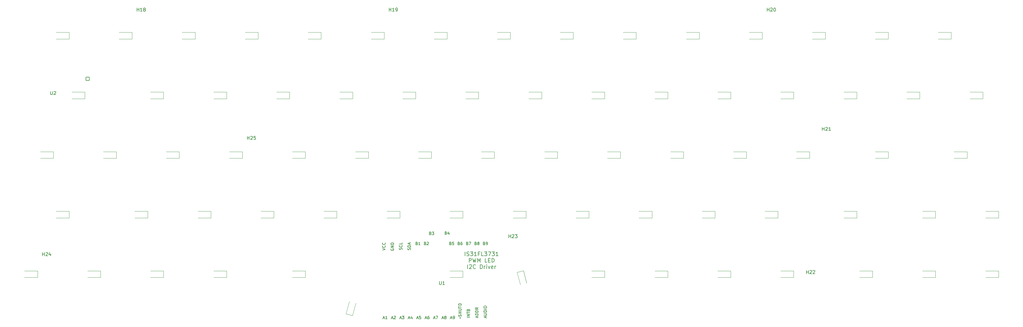
<source format=gto>
G04 #@! TF.GenerationSoftware,KiCad,Pcbnew,(6.0.2-0)*
G04 #@! TF.CreationDate,2022-07-19T14:21:49+02:00*
G04 #@! TF.ProjectId,choc-keyboard,63686f63-2d6b-4657-9962-6f6172642e6b,rev?*
G04 #@! TF.SameCoordinates,Original*
G04 #@! TF.FileFunction,Legend,Top*
G04 #@! TF.FilePolarity,Positive*
%FSLAX46Y46*%
G04 Gerber Fmt 4.6, Leading zero omitted, Abs format (unit mm)*
G04 Created by KiCad (PCBNEW (6.0.2-0)) date 2022-07-19 14:21:49*
%MOMM*%
%LPD*%
G01*
G04 APERTURE LIST*
G04 Aperture macros list*
%AMRoundRect*
0 Rectangle with rounded corners*
0 $1 Rounding radius*
0 $2 $3 $4 $5 $6 $7 $8 $9 X,Y pos of 4 corners*
0 Add a 4 corners polygon primitive as box body*
4,1,4,$2,$3,$4,$5,$6,$7,$8,$9,$2,$3,0*
0 Add four circle primitives for the rounded corners*
1,1,$1+$1,$2,$3*
1,1,$1+$1,$4,$5*
1,1,$1+$1,$6,$7*
1,1,$1+$1,$8,$9*
0 Add four rect primitives between the rounded corners*
20,1,$1+$1,$2,$3,$4,$5,0*
20,1,$1+$1,$4,$5,$6,$7,0*
20,1,$1+$1,$6,$7,$8,$9,0*
20,1,$1+$1,$8,$9,$2,$3,0*%
G04 Aperture macros list end*
%ADD10C,0.150000*%
%ADD11C,0.152400*%
%ADD12C,0.142240*%
%ADD13C,0.209550*%
%ADD14C,0.120000*%
%ADD15C,2.400000*%
%ADD16C,2.000000*%
%ADD17C,3.600000*%
%ADD18C,2.200000*%
%ADD19C,2.082800*%
%ADD20RoundRect,0.101600X0.500000X0.500000X-0.500000X0.500000X-0.500000X-0.500000X0.500000X-0.500000X0*%
%ADD21C,1.203200*%
%ADD22C,1.778000*%
G04 APERTURE END LIST*
D10*
X60511904Y-51954380D02*
X60511904Y-50954380D01*
X60511904Y-51430571D02*
X61083333Y-51430571D01*
X61083333Y-51954380D02*
X61083333Y-50954380D01*
X61511904Y-51049619D02*
X61559523Y-51002000D01*
X61654761Y-50954380D01*
X61892857Y-50954380D01*
X61988095Y-51002000D01*
X62035714Y-51049619D01*
X62083333Y-51144857D01*
X62083333Y-51240095D01*
X62035714Y-51382952D01*
X61464285Y-51954380D01*
X62083333Y-51954380D01*
X62988095Y-50954380D02*
X62511904Y-50954380D01*
X62464285Y-51430571D01*
X62511904Y-51382952D01*
X62607142Y-51335333D01*
X62845238Y-51335333D01*
X62940476Y-51382952D01*
X62988095Y-51430571D01*
X63035714Y-51525809D01*
X63035714Y-51763904D01*
X62988095Y-51859142D01*
X62940476Y-51906761D01*
X62845238Y-51954380D01*
X62607142Y-51954380D01*
X62511904Y-51906761D01*
X62464285Y-51859142D01*
X-1238095Y-87054380D02*
X-1238095Y-86054380D01*
X-1238095Y-86530571D02*
X-666666Y-86530571D01*
X-666666Y-87054380D02*
X-666666Y-86054380D01*
X-238095Y-86149619D02*
X-190476Y-86102000D01*
X-95238Y-86054380D01*
X142857Y-86054380D01*
X238095Y-86102000D01*
X285714Y-86149619D01*
X333333Y-86244857D01*
X333333Y-86340095D01*
X285714Y-86482952D01*
X-285714Y-87054380D01*
X333333Y-87054380D01*
X1190476Y-86387714D02*
X1190476Y-87054380D01*
X952380Y-86006761D02*
X714285Y-86721047D01*
X1333333Y-86721047D01*
X139361904Y-81654380D02*
X139361904Y-80654380D01*
X139361904Y-81130571D02*
X139933333Y-81130571D01*
X139933333Y-81654380D02*
X139933333Y-80654380D01*
X140361904Y-80749619D02*
X140409523Y-80702000D01*
X140504761Y-80654380D01*
X140742857Y-80654380D01*
X140838095Y-80702000D01*
X140885714Y-80749619D01*
X140933333Y-80844857D01*
X140933333Y-80940095D01*
X140885714Y-81082952D01*
X140314285Y-81654380D01*
X140933333Y-81654380D01*
X141266666Y-80654380D02*
X141885714Y-80654380D01*
X141552380Y-81035333D01*
X141695238Y-81035333D01*
X141790476Y-81082952D01*
X141838095Y-81130571D01*
X141885714Y-81225809D01*
X141885714Y-81463904D01*
X141838095Y-81559142D01*
X141790476Y-81606761D01*
X141695238Y-81654380D01*
X141409523Y-81654380D01*
X141314285Y-81606761D01*
X141266666Y-81559142D01*
X229136904Y-92454380D02*
X229136904Y-91454380D01*
X229136904Y-91930571D02*
X229708333Y-91930571D01*
X229708333Y-92454380D02*
X229708333Y-91454380D01*
X230136904Y-91549619D02*
X230184523Y-91502000D01*
X230279761Y-91454380D01*
X230517857Y-91454380D01*
X230613095Y-91502000D01*
X230660714Y-91549619D01*
X230708333Y-91644857D01*
X230708333Y-91740095D01*
X230660714Y-91882952D01*
X230089285Y-92454380D01*
X230708333Y-92454380D01*
X231089285Y-91549619D02*
X231136904Y-91502000D01*
X231232142Y-91454380D01*
X231470238Y-91454380D01*
X231565476Y-91502000D01*
X231613095Y-91549619D01*
X231660714Y-91644857D01*
X231660714Y-91740095D01*
X231613095Y-91882952D01*
X231041666Y-92454380D01*
X231660714Y-92454380D01*
X233886904Y-49254380D02*
X233886904Y-48254380D01*
X233886904Y-48730571D02*
X234458333Y-48730571D01*
X234458333Y-49254380D02*
X234458333Y-48254380D01*
X234886904Y-48349619D02*
X234934523Y-48302000D01*
X235029761Y-48254380D01*
X235267857Y-48254380D01*
X235363095Y-48302000D01*
X235410714Y-48349619D01*
X235458333Y-48444857D01*
X235458333Y-48540095D01*
X235410714Y-48682952D01*
X234839285Y-49254380D01*
X235458333Y-49254380D01*
X236410714Y-49254380D02*
X235839285Y-49254380D01*
X236125000Y-49254380D02*
X236125000Y-48254380D01*
X236029761Y-48397238D01*
X235934523Y-48492476D01*
X235839285Y-48540095D01*
X217261904Y-13254379D02*
X217261904Y-12254379D01*
X217261904Y-12730570D02*
X217833333Y-12730570D01*
X217833333Y-13254379D02*
X217833333Y-12254379D01*
X218261904Y-12349618D02*
X218309523Y-12301999D01*
X218404761Y-12254379D01*
X218642857Y-12254379D01*
X218738095Y-12301999D01*
X218785714Y-12349618D01*
X218833333Y-12444856D01*
X218833333Y-12540094D01*
X218785714Y-12682951D01*
X218214285Y-13254379D01*
X218833333Y-13254379D01*
X219452380Y-12254379D02*
X219547619Y-12254379D01*
X219642857Y-12301999D01*
X219690476Y-12349618D01*
X219738095Y-12444856D01*
X219785714Y-12635332D01*
X219785714Y-12873427D01*
X219738095Y-13063903D01*
X219690476Y-13159141D01*
X219642857Y-13206760D01*
X219547619Y-13254379D01*
X219452380Y-13254379D01*
X219357142Y-13206760D01*
X219309523Y-13159141D01*
X219261904Y-13063903D01*
X219214285Y-12873427D01*
X219214285Y-12635332D01*
X219261904Y-12444856D01*
X219309523Y-12349618D01*
X219357142Y-12301999D01*
X219452380Y-12254379D01*
X103261904Y-13254379D02*
X103261904Y-12254379D01*
X103261904Y-12730570D02*
X103833333Y-12730570D01*
X103833333Y-13254379D02*
X103833333Y-12254379D01*
X104833333Y-13254379D02*
X104261904Y-13254379D01*
X104547619Y-13254379D02*
X104547619Y-12254379D01*
X104452380Y-12397237D01*
X104357142Y-12492475D01*
X104261904Y-12540094D01*
X105309523Y-13254379D02*
X105500000Y-13254379D01*
X105595238Y-13206760D01*
X105642857Y-13159141D01*
X105738095Y-13016284D01*
X105785714Y-12825808D01*
X105785714Y-12444856D01*
X105738095Y-12349618D01*
X105690476Y-12301999D01*
X105595238Y-12254379D01*
X105404761Y-12254379D01*
X105309523Y-12301999D01*
X105261904Y-12349618D01*
X105214285Y-12444856D01*
X105214285Y-12682951D01*
X105261904Y-12778189D01*
X105309523Y-12825808D01*
X105404761Y-12873427D01*
X105595238Y-12873427D01*
X105690476Y-12825808D01*
X105738095Y-12778189D01*
X105785714Y-12682951D01*
X27261904Y-13254379D02*
X27261904Y-12254379D01*
X27261904Y-12730570D02*
X27833333Y-12730570D01*
X27833333Y-13254379D02*
X27833333Y-12254379D01*
X28833333Y-13254379D02*
X28261904Y-13254379D01*
X28547619Y-13254379D02*
X28547619Y-12254379D01*
X28452380Y-12397237D01*
X28357142Y-12492475D01*
X28261904Y-12540094D01*
X29404761Y-12682951D02*
X29309523Y-12635332D01*
X29261904Y-12587713D01*
X29214285Y-12492475D01*
X29214285Y-12444856D01*
X29261904Y-12349618D01*
X29309523Y-12301999D01*
X29404761Y-12254379D01*
X29595238Y-12254379D01*
X29690476Y-12301999D01*
X29738095Y-12349618D01*
X29785714Y-12444856D01*
X29785714Y-12492475D01*
X29738095Y-12587713D01*
X29690476Y-12635332D01*
X29595238Y-12682951D01*
X29404761Y-12682951D01*
X29309523Y-12730570D01*
X29261904Y-12778189D01*
X29214285Y-12873427D01*
X29214285Y-13063903D01*
X29261904Y-13159141D01*
X29309523Y-13206760D01*
X29404761Y-13254379D01*
X29595238Y-13254379D01*
X29690476Y-13206760D01*
X29738095Y-13159141D01*
X29785714Y-13063903D01*
X29785714Y-12873427D01*
X29738095Y-12778189D01*
X29690476Y-12730570D01*
X29595238Y-12682951D01*
X1213095Y-37402380D02*
X1213095Y-38211904D01*
X1260714Y-38307142D01*
X1308333Y-38354761D01*
X1403571Y-38402380D01*
X1594047Y-38402380D01*
X1689285Y-38354761D01*
X1736904Y-38307142D01*
X1784523Y-38211904D01*
X1784523Y-37402380D01*
X2213095Y-37497619D02*
X2260714Y-37450000D01*
X2355952Y-37402380D01*
X2594047Y-37402380D01*
X2689285Y-37450000D01*
X2736904Y-37497619D01*
X2784523Y-37592857D01*
X2784523Y-37688095D01*
X2736904Y-37830952D01*
X2165476Y-38402380D01*
X2784523Y-38402380D01*
X118442044Y-94748431D02*
X118442044Y-95557955D01*
X118489663Y-95653193D01*
X118537282Y-95700812D01*
X118632520Y-95748431D01*
X118822996Y-95748431D01*
X118918234Y-95700812D01*
X118965853Y-95653193D01*
X119013472Y-95557955D01*
X119013472Y-94748431D01*
X120013472Y-95748431D02*
X119442044Y-95748431D01*
X119727758Y-95748431D02*
X119727758Y-94748431D01*
X119632520Y-94891289D01*
X119537282Y-94986527D01*
X119442044Y-95034146D01*
D11*
X115730447Y-80258314D02*
X115853819Y-80299438D01*
X115894942Y-80340561D01*
X115936066Y-80422809D01*
X115936066Y-80546180D01*
X115894942Y-80628428D01*
X115853819Y-80669552D01*
X115771571Y-80710676D01*
X115442580Y-80710676D01*
X115442580Y-79847076D01*
X115730447Y-79847076D01*
X115812695Y-79888200D01*
X115853819Y-79929323D01*
X115894942Y-80011571D01*
X115894942Y-80093819D01*
X115853819Y-80176066D01*
X115812695Y-80217190D01*
X115730447Y-80258314D01*
X115442580Y-80258314D01*
X116223933Y-79847076D02*
X116758542Y-79847076D01*
X116470676Y-80176066D01*
X116594047Y-80176066D01*
X116676295Y-80217190D01*
X116717419Y-80258314D01*
X116758542Y-80340561D01*
X116758542Y-80546180D01*
X116717419Y-80628428D01*
X116676295Y-80669552D01*
X116594047Y-80710676D01*
X116347304Y-80710676D01*
X116265057Y-80669552D01*
X116223933Y-80628428D01*
X109067142Y-105889933D02*
X109478380Y-105889933D01*
X108984895Y-106136676D02*
X109272761Y-105273076D01*
X109560628Y-106136676D01*
X110218609Y-105560942D02*
X110218609Y-106136676D01*
X110012990Y-105231952D02*
X109807371Y-105848809D01*
X110341980Y-105848809D01*
X114147142Y-105889933D02*
X114558380Y-105889933D01*
X114064895Y-106136676D02*
X114352761Y-105273076D01*
X114640628Y-106136676D01*
X115298609Y-105273076D02*
X115134114Y-105273076D01*
X115051866Y-105314200D01*
X115010742Y-105355323D01*
X114928495Y-105478695D01*
X114887371Y-105643190D01*
X114887371Y-105972180D01*
X114928495Y-106054428D01*
X114969619Y-106095552D01*
X115051866Y-106136676D01*
X115216361Y-106136676D01*
X115298609Y-106095552D01*
X115339733Y-106054428D01*
X115380857Y-105972180D01*
X115380857Y-105766561D01*
X115339733Y-105684314D01*
X115298609Y-105643190D01*
X115216361Y-105602066D01*
X115051866Y-105602066D01*
X114969619Y-105643190D01*
X114928495Y-105684314D01*
X114887371Y-105766561D01*
X116687142Y-105889933D02*
X117098380Y-105889933D01*
X116604895Y-106136676D02*
X116892761Y-105273076D01*
X117180628Y-106136676D01*
X117386247Y-105273076D02*
X117961980Y-105273076D01*
X117591866Y-106136676D01*
X103987142Y-105889933D02*
X104398380Y-105889933D01*
X103904895Y-106136676D02*
X104192761Y-105273076D01*
X104480628Y-106136676D01*
X104727371Y-105355323D02*
X104768495Y-105314200D01*
X104850742Y-105273076D01*
X105056361Y-105273076D01*
X105138609Y-105314200D01*
X105179733Y-105355323D01*
X105220857Y-105437571D01*
X105220857Y-105519819D01*
X105179733Y-105643190D01*
X104686247Y-106136676D01*
X105220857Y-106136676D01*
D12*
X101260392Y-85391697D02*
X102134152Y-85100444D01*
X101260392Y-84809191D01*
X102050937Y-84018646D02*
X102092544Y-84060254D01*
X102134152Y-84185076D01*
X102134152Y-84268292D01*
X102092544Y-84393115D01*
X102009329Y-84476330D01*
X101926114Y-84517937D01*
X101759683Y-84559545D01*
X101634860Y-84559545D01*
X101468430Y-84517937D01*
X101385215Y-84476330D01*
X101302000Y-84393115D01*
X101260392Y-84268292D01*
X101260392Y-84185076D01*
X101302000Y-84060254D01*
X101343607Y-84018646D01*
X102050937Y-83144886D02*
X102092544Y-83186494D01*
X102134152Y-83311316D01*
X102134152Y-83394532D01*
X102092544Y-83519355D01*
X102009329Y-83602570D01*
X101926114Y-83644177D01*
X101759683Y-83685785D01*
X101634860Y-83685785D01*
X101468430Y-83644177D01*
X101385215Y-83602570D01*
X101302000Y-83519355D01*
X101260392Y-83394532D01*
X101260392Y-83311316D01*
X101302000Y-83186494D01*
X101343607Y-83144886D01*
D11*
X119227142Y-105889933D02*
X119638380Y-105889933D01*
X119144895Y-106136676D02*
X119432761Y-105273076D01*
X119720628Y-106136676D01*
X120131866Y-105643190D02*
X120049619Y-105602066D01*
X120008495Y-105560942D01*
X119967371Y-105478695D01*
X119967371Y-105437571D01*
X120008495Y-105355323D01*
X120049619Y-105314200D01*
X120131866Y-105273076D01*
X120296361Y-105273076D01*
X120378609Y-105314200D01*
X120419733Y-105355323D01*
X120460857Y-105437571D01*
X120460857Y-105478695D01*
X120419733Y-105560942D01*
X120378609Y-105602066D01*
X120296361Y-105643190D01*
X120131866Y-105643190D01*
X120049619Y-105684314D01*
X120008495Y-105725438D01*
X119967371Y-105807685D01*
X119967371Y-105972180D01*
X120008495Y-106054428D01*
X120049619Y-106095552D01*
X120131866Y-106136676D01*
X120296361Y-106136676D01*
X120378609Y-106095552D01*
X120419733Y-106054428D01*
X120460857Y-105972180D01*
X120460857Y-105807685D01*
X120419733Y-105725438D01*
X120378609Y-105684314D01*
X120296361Y-105643190D01*
X121780447Y-83332314D02*
X121903819Y-83373438D01*
X121944942Y-83414561D01*
X121986066Y-83496809D01*
X121986066Y-83620180D01*
X121944942Y-83702428D01*
X121903819Y-83743552D01*
X121821571Y-83784676D01*
X121492580Y-83784676D01*
X121492580Y-82921076D01*
X121780447Y-82921076D01*
X121862695Y-82962200D01*
X121903819Y-83003323D01*
X121944942Y-83085571D01*
X121944942Y-83167819D01*
X121903819Y-83250066D01*
X121862695Y-83291190D01*
X121780447Y-83332314D01*
X121492580Y-83332314D01*
X122767419Y-82921076D02*
X122356180Y-82921076D01*
X122315057Y-83332314D01*
X122356180Y-83291190D01*
X122438428Y-83250066D01*
X122644047Y-83250066D01*
X122726295Y-83291190D01*
X122767419Y-83332314D01*
X122808542Y-83414561D01*
X122808542Y-83620180D01*
X122767419Y-83702428D01*
X122726295Y-83743552D01*
X122644047Y-83784676D01*
X122438428Y-83784676D01*
X122356180Y-83743552D01*
X122315057Y-83702428D01*
X129893933Y-105723019D02*
X129893933Y-105311780D01*
X130140676Y-105805266D02*
X129277076Y-105517400D01*
X130140676Y-105229533D01*
X130140676Y-104941666D02*
X129277076Y-104941666D01*
X129277076Y-104736047D01*
X129318200Y-104612676D01*
X129400447Y-104530428D01*
X129482695Y-104489304D01*
X129647190Y-104448180D01*
X129770561Y-104448180D01*
X129935057Y-104489304D01*
X130017304Y-104530428D01*
X130099552Y-104612676D01*
X130140676Y-104736047D01*
X130140676Y-104941666D01*
X130140676Y-104078066D02*
X129277076Y-104078066D01*
X129277076Y-103872447D01*
X129318200Y-103749076D01*
X129400447Y-103666828D01*
X129482695Y-103625704D01*
X129647190Y-103584580D01*
X129770561Y-103584580D01*
X129935057Y-103625704D01*
X130017304Y-103666828D01*
X130099552Y-103749076D01*
X130140676Y-103872447D01*
X130140676Y-104078066D01*
X130140676Y-102720980D02*
X129729438Y-103008847D01*
X130140676Y-103214466D02*
X129277076Y-103214466D01*
X129277076Y-102885476D01*
X129318200Y-102803228D01*
X129359323Y-102762104D01*
X129441571Y-102720980D01*
X129564942Y-102720980D01*
X129647190Y-102762104D01*
X129688314Y-102803228D01*
X129729438Y-102885476D01*
X129729438Y-103214466D01*
D12*
X109712544Y-85266875D02*
X109754152Y-85142052D01*
X109754152Y-84934014D01*
X109712544Y-84850798D01*
X109670937Y-84809191D01*
X109587721Y-84767583D01*
X109504506Y-84767583D01*
X109421291Y-84809191D01*
X109379683Y-84850798D01*
X109338076Y-84934014D01*
X109296468Y-85100444D01*
X109254860Y-85183659D01*
X109213253Y-85225267D01*
X109130038Y-85266875D01*
X109046822Y-85266875D01*
X108963607Y-85225267D01*
X108922000Y-85183659D01*
X108880392Y-85100444D01*
X108880392Y-84892406D01*
X108922000Y-84767583D01*
X109754152Y-84393115D02*
X108880392Y-84393115D01*
X108880392Y-84185076D01*
X108922000Y-84060254D01*
X109005215Y-83977038D01*
X109088430Y-83935431D01*
X109254860Y-83893823D01*
X109379683Y-83893823D01*
X109546114Y-83935431D01*
X109629329Y-83977038D01*
X109712544Y-84060254D01*
X109754152Y-84185076D01*
X109754152Y-84393115D01*
X109504506Y-83560962D02*
X109504506Y-83144886D01*
X109754152Y-83644177D02*
X108880392Y-83352924D01*
X109754152Y-83061671D01*
X103842000Y-84975621D02*
X103800392Y-85058836D01*
X103800392Y-85183659D01*
X103842000Y-85308482D01*
X103925215Y-85391697D01*
X104008430Y-85433305D01*
X104174860Y-85474913D01*
X104299683Y-85474913D01*
X104466114Y-85433305D01*
X104549329Y-85391697D01*
X104632544Y-85308482D01*
X104674152Y-85183659D01*
X104674152Y-85100444D01*
X104632544Y-84975621D01*
X104590937Y-84934014D01*
X104299683Y-84934014D01*
X104299683Y-85100444D01*
X104674152Y-84559545D02*
X103800392Y-84559545D01*
X104674152Y-84060254D01*
X103800392Y-84060254D01*
X104674152Y-83644177D02*
X103800392Y-83644177D01*
X103800392Y-83436139D01*
X103842000Y-83311316D01*
X103925215Y-83228101D01*
X104008430Y-83186494D01*
X104174860Y-83144886D01*
X104299683Y-83144886D01*
X104466114Y-83186494D01*
X104549329Y-83228101D01*
X104632544Y-83311316D01*
X104674152Y-83436139D01*
X104674152Y-83644177D01*
D11*
X129400447Y-83332314D02*
X129523819Y-83373438D01*
X129564942Y-83414561D01*
X129606066Y-83496809D01*
X129606066Y-83620180D01*
X129564942Y-83702428D01*
X129523819Y-83743552D01*
X129441571Y-83784676D01*
X129112580Y-83784676D01*
X129112580Y-82921076D01*
X129400447Y-82921076D01*
X129482695Y-82962200D01*
X129523819Y-83003323D01*
X129564942Y-83085571D01*
X129564942Y-83167819D01*
X129523819Y-83250066D01*
X129482695Y-83291190D01*
X129400447Y-83332314D01*
X129112580Y-83332314D01*
X130099552Y-83291190D02*
X130017304Y-83250066D01*
X129976180Y-83208942D01*
X129935057Y-83126695D01*
X129935057Y-83085571D01*
X129976180Y-83003323D01*
X130017304Y-82962200D01*
X130099552Y-82921076D01*
X130264047Y-82921076D01*
X130346295Y-82962200D01*
X130387419Y-83003323D01*
X130428542Y-83085571D01*
X130428542Y-83126695D01*
X130387419Y-83208942D01*
X130346295Y-83250066D01*
X130264047Y-83291190D01*
X130099552Y-83291190D01*
X130017304Y-83332314D01*
X129976180Y-83373438D01*
X129935057Y-83455685D01*
X129935057Y-83620180D01*
X129976180Y-83702428D01*
X130017304Y-83743552D01*
X130099552Y-83784676D01*
X130264047Y-83784676D01*
X130346295Y-83743552D01*
X130387419Y-83702428D01*
X130428542Y-83620180D01*
X130428542Y-83455685D01*
X130387419Y-83373438D01*
X130346295Y-83332314D01*
X130264047Y-83291190D01*
X120400447Y-80188314D02*
X120523819Y-80229438D01*
X120564942Y-80270561D01*
X120606066Y-80352809D01*
X120606066Y-80476180D01*
X120564942Y-80558428D01*
X120523819Y-80599552D01*
X120441571Y-80640676D01*
X120112580Y-80640676D01*
X120112580Y-79777076D01*
X120400447Y-79777076D01*
X120482695Y-79818200D01*
X120523819Y-79859323D01*
X120564942Y-79941571D01*
X120564942Y-80023819D01*
X120523819Y-80106066D01*
X120482695Y-80147190D01*
X120400447Y-80188314D01*
X120112580Y-80188314D01*
X121346295Y-80064942D02*
X121346295Y-80640676D01*
X121140676Y-79735952D02*
X120935057Y-80352809D01*
X121469666Y-80352809D01*
X124320447Y-83332314D02*
X124443819Y-83373438D01*
X124484942Y-83414561D01*
X124526066Y-83496809D01*
X124526066Y-83620180D01*
X124484942Y-83702428D01*
X124443819Y-83743552D01*
X124361571Y-83784676D01*
X124032580Y-83784676D01*
X124032580Y-82921076D01*
X124320447Y-82921076D01*
X124402695Y-82962200D01*
X124443819Y-83003323D01*
X124484942Y-83085571D01*
X124484942Y-83167819D01*
X124443819Y-83250066D01*
X124402695Y-83291190D01*
X124320447Y-83332314D01*
X124032580Y-83332314D01*
X125266295Y-82921076D02*
X125101800Y-82921076D01*
X125019552Y-82962200D01*
X124978428Y-83003323D01*
X124896180Y-83126695D01*
X124855057Y-83291190D01*
X124855057Y-83620180D01*
X124896180Y-83702428D01*
X124937304Y-83743552D01*
X125019552Y-83784676D01*
X125184047Y-83784676D01*
X125266295Y-83743552D01*
X125307419Y-83702428D01*
X125348542Y-83620180D01*
X125348542Y-83414561D01*
X125307419Y-83332314D01*
X125266295Y-83291190D01*
X125184047Y-83250066D01*
X125019552Y-83250066D01*
X124937304Y-83291190D01*
X124896180Y-83332314D01*
X124855057Y-83414561D01*
X126860447Y-83332314D02*
X126983819Y-83373438D01*
X127024942Y-83414561D01*
X127066066Y-83496809D01*
X127066066Y-83620180D01*
X127024942Y-83702428D01*
X126983819Y-83743552D01*
X126901571Y-83784676D01*
X126572580Y-83784676D01*
X126572580Y-82921076D01*
X126860447Y-82921076D01*
X126942695Y-82962200D01*
X126983819Y-83003323D01*
X127024942Y-83085571D01*
X127024942Y-83167819D01*
X126983819Y-83250066D01*
X126942695Y-83291190D01*
X126860447Y-83332314D01*
X126572580Y-83332314D01*
X127353933Y-82921076D02*
X127929666Y-82921076D01*
X127559552Y-83784676D01*
X106527142Y-105889933D02*
X106938380Y-105889933D01*
X106444895Y-106136676D02*
X106732761Y-105273076D01*
X107020628Y-106136676D01*
X107226247Y-105273076D02*
X107760857Y-105273076D01*
X107472990Y-105602066D01*
X107596361Y-105602066D01*
X107678609Y-105643190D01*
X107719733Y-105684314D01*
X107760857Y-105766561D01*
X107760857Y-105972180D01*
X107719733Y-106054428D01*
X107678609Y-106095552D01*
X107596361Y-106136676D01*
X107349619Y-106136676D01*
X107267371Y-106095552D01*
X107226247Y-106054428D01*
X121767142Y-105889933D02*
X122178380Y-105889933D01*
X121684895Y-106136676D02*
X121972761Y-105273076D01*
X122260628Y-106136676D01*
X122589619Y-106136676D02*
X122754114Y-106136676D01*
X122836361Y-106095552D01*
X122877485Y-106054428D01*
X122959733Y-105931057D01*
X123000857Y-105766561D01*
X123000857Y-105437571D01*
X122959733Y-105355323D01*
X122918609Y-105314200D01*
X122836361Y-105273076D01*
X122671866Y-105273076D01*
X122589619Y-105314200D01*
X122548495Y-105355323D01*
X122507371Y-105437571D01*
X122507371Y-105643190D01*
X122548495Y-105725438D01*
X122589619Y-105766561D01*
X122671866Y-105807685D01*
X122836361Y-105807685D01*
X122918609Y-105766561D01*
X122959733Y-105725438D01*
X123000857Y-105643190D01*
X127600676Y-105689152D02*
X126737076Y-105689152D01*
X127600676Y-105277914D02*
X126737076Y-105277914D01*
X127600676Y-104784428D01*
X126737076Y-104784428D01*
X126737076Y-104496561D02*
X126737076Y-104003076D01*
X127600676Y-104249819D02*
X126737076Y-104249819D01*
X127148314Y-103427342D02*
X127189438Y-103303971D01*
X127230561Y-103262847D01*
X127312809Y-103221723D01*
X127436180Y-103221723D01*
X127518428Y-103262847D01*
X127559552Y-103303971D01*
X127600676Y-103386219D01*
X127600676Y-103715209D01*
X126737076Y-103715209D01*
X126737076Y-103427342D01*
X126778200Y-103345095D01*
X126819323Y-103303971D01*
X126901571Y-103262847D01*
X126983819Y-103262847D01*
X127066066Y-103303971D01*
X127107190Y-103345095D01*
X127148314Y-103427342D01*
X127148314Y-103715209D01*
D13*
X126199291Y-87099384D02*
X126199291Y-85911934D01*
X126708198Y-87042839D02*
X126877834Y-87099384D01*
X127160560Y-87099384D01*
X127273651Y-87042839D01*
X127330196Y-86986294D01*
X127386741Y-86873203D01*
X127386741Y-86760113D01*
X127330196Y-86647022D01*
X127273651Y-86590477D01*
X127160560Y-86533932D01*
X126934379Y-86477387D01*
X126821289Y-86420841D01*
X126764744Y-86364296D01*
X126708198Y-86251206D01*
X126708198Y-86138115D01*
X126764744Y-86025025D01*
X126821289Y-85968480D01*
X126934379Y-85911934D01*
X127217105Y-85911934D01*
X127386741Y-85968480D01*
X127782558Y-85911934D02*
X128517646Y-85911934D01*
X128121829Y-86364296D01*
X128291465Y-86364296D01*
X128404555Y-86420841D01*
X128461101Y-86477387D01*
X128517646Y-86590477D01*
X128517646Y-86873203D01*
X128461101Y-86986294D01*
X128404555Y-87042839D01*
X128291465Y-87099384D01*
X127952194Y-87099384D01*
X127839103Y-87042839D01*
X127782558Y-86986294D01*
X129648551Y-87099384D02*
X128970008Y-87099384D01*
X129309279Y-87099384D02*
X129309279Y-85911934D01*
X129196189Y-86081570D01*
X129083098Y-86194660D01*
X128970008Y-86251206D01*
X130553275Y-86477387D02*
X130157458Y-86477387D01*
X130157458Y-87099384D02*
X130157458Y-85911934D01*
X130722910Y-85911934D01*
X131740725Y-87099384D02*
X131175272Y-87099384D01*
X131175272Y-85911934D01*
X132023451Y-85911934D02*
X132758539Y-85911934D01*
X132362722Y-86364296D01*
X132532358Y-86364296D01*
X132645448Y-86420841D01*
X132701994Y-86477387D01*
X132758539Y-86590477D01*
X132758539Y-86873203D01*
X132701994Y-86986294D01*
X132645448Y-87042839D01*
X132532358Y-87099384D01*
X132193086Y-87099384D01*
X132079996Y-87042839D01*
X132023451Y-86986294D01*
X133154355Y-85911934D02*
X133945989Y-85911934D01*
X133437082Y-87099384D01*
X134285260Y-85911934D02*
X135020348Y-85911934D01*
X134624532Y-86364296D01*
X134794167Y-86364296D01*
X134907258Y-86420841D01*
X134963803Y-86477387D01*
X135020348Y-86590477D01*
X135020348Y-86873203D01*
X134963803Y-86986294D01*
X134907258Y-87042839D01*
X134794167Y-87099384D01*
X134454896Y-87099384D01*
X134341805Y-87042839D01*
X134285260Y-86986294D01*
X136151253Y-87099384D02*
X135472710Y-87099384D01*
X135811982Y-87099384D02*
X135811982Y-85911934D01*
X135698891Y-86081570D01*
X135585801Y-86194660D01*
X135472710Y-86251206D01*
X127415014Y-89011179D02*
X127415014Y-87823729D01*
X127867376Y-87823729D01*
X127980466Y-87880275D01*
X128037011Y-87936820D01*
X128093557Y-88049910D01*
X128093557Y-88219546D01*
X128037011Y-88332636D01*
X127980466Y-88389182D01*
X127867376Y-88445727D01*
X127415014Y-88445727D01*
X128489373Y-87823729D02*
X128772100Y-89011179D01*
X128998280Y-88163001D01*
X129224461Y-89011179D01*
X129507188Y-87823729D01*
X129959550Y-89011179D02*
X129959550Y-87823729D01*
X130355366Y-88671908D01*
X130751183Y-87823729D01*
X130751183Y-89011179D01*
X132786811Y-89011179D02*
X132221359Y-89011179D01*
X132221359Y-87823729D01*
X133182628Y-88389182D02*
X133578445Y-88389182D01*
X133748080Y-89011179D02*
X133182628Y-89011179D01*
X133182628Y-87823729D01*
X133748080Y-87823729D01*
X134256988Y-89011179D02*
X134256988Y-87823729D01*
X134539714Y-87823729D01*
X134709350Y-87880275D01*
X134822440Y-87993365D01*
X134878985Y-88106455D01*
X134935530Y-88332636D01*
X134935530Y-88502272D01*
X134878985Y-88728453D01*
X134822440Y-88841544D01*
X134709350Y-88954634D01*
X134539714Y-89011179D01*
X134256988Y-89011179D01*
X126962652Y-90922974D02*
X126962652Y-89735524D01*
X127471559Y-89848615D02*
X127528104Y-89792070D01*
X127641195Y-89735524D01*
X127923921Y-89735524D01*
X128037011Y-89792070D01*
X128093557Y-89848615D01*
X128150102Y-89961705D01*
X128150102Y-90074796D01*
X128093557Y-90244431D01*
X127415014Y-90922974D01*
X128150102Y-90922974D01*
X129337552Y-90809884D02*
X129281007Y-90866429D01*
X129111371Y-90922974D01*
X128998280Y-90922974D01*
X128828645Y-90866429D01*
X128715554Y-90753339D01*
X128659009Y-90640248D01*
X128602464Y-90414067D01*
X128602464Y-90244431D01*
X128659009Y-90018250D01*
X128715554Y-89905160D01*
X128828645Y-89792070D01*
X128998280Y-89735524D01*
X129111371Y-89735524D01*
X129281007Y-89792070D01*
X129337552Y-89848615D01*
X130751183Y-90922974D02*
X130751183Y-89735524D01*
X131033909Y-89735524D01*
X131203545Y-89792070D01*
X131316635Y-89905160D01*
X131373180Y-90018250D01*
X131429726Y-90244431D01*
X131429726Y-90414067D01*
X131373180Y-90640248D01*
X131316635Y-90753339D01*
X131203545Y-90866429D01*
X131033909Y-90922974D01*
X130751183Y-90922974D01*
X131938633Y-90922974D02*
X131938633Y-90131341D01*
X131938633Y-90357522D02*
X131995178Y-90244431D01*
X132051723Y-90187886D01*
X132164814Y-90131341D01*
X132277904Y-90131341D01*
X132673721Y-90922974D02*
X132673721Y-90131341D01*
X132673721Y-89735524D02*
X132617176Y-89792070D01*
X132673721Y-89848615D01*
X132730266Y-89792070D01*
X132673721Y-89735524D01*
X132673721Y-89848615D01*
X133126083Y-90131341D02*
X133408809Y-90922974D01*
X133691535Y-90131341D01*
X134596259Y-90866429D02*
X134483169Y-90922974D01*
X134256988Y-90922974D01*
X134143897Y-90866429D01*
X134087352Y-90753339D01*
X134087352Y-90300977D01*
X134143897Y-90187886D01*
X134256988Y-90131341D01*
X134483169Y-90131341D01*
X134596259Y-90187886D01*
X134652804Y-90300977D01*
X134652804Y-90414067D01*
X134087352Y-90527158D01*
X135161711Y-90922974D02*
X135161711Y-90131341D01*
X135161711Y-90357522D02*
X135218257Y-90244431D01*
X135274802Y-90187886D01*
X135387892Y-90131341D01*
X135500983Y-90131341D01*
D12*
X107172544Y-85225267D02*
X107214152Y-85100444D01*
X107214152Y-84892406D01*
X107172544Y-84809191D01*
X107130937Y-84767583D01*
X107047721Y-84725976D01*
X106964506Y-84725976D01*
X106881291Y-84767583D01*
X106839683Y-84809191D01*
X106798076Y-84892406D01*
X106756468Y-85058836D01*
X106714860Y-85142052D01*
X106673253Y-85183659D01*
X106590038Y-85225267D01*
X106506822Y-85225267D01*
X106423607Y-85183659D01*
X106382000Y-85142052D01*
X106340392Y-85058836D01*
X106340392Y-84850798D01*
X106382000Y-84725976D01*
X107130937Y-83852216D02*
X107172544Y-83893823D01*
X107214152Y-84018646D01*
X107214152Y-84101861D01*
X107172544Y-84226684D01*
X107089329Y-84309899D01*
X107006114Y-84351507D01*
X106839683Y-84393115D01*
X106714860Y-84393115D01*
X106548430Y-84351507D01*
X106465215Y-84309899D01*
X106382000Y-84226684D01*
X106340392Y-84101861D01*
X106340392Y-84018646D01*
X106382000Y-83893823D01*
X106423607Y-83852216D01*
X107214152Y-83061671D02*
X107214152Y-83477747D01*
X106340392Y-83477747D01*
D11*
X132433933Y-105747761D02*
X132433933Y-105336523D01*
X132680676Y-105830009D02*
X131817076Y-105542142D01*
X132680676Y-105254276D01*
X131817076Y-104966409D02*
X132516180Y-104966409D01*
X132598428Y-104925285D01*
X132639552Y-104884161D01*
X132680676Y-104801914D01*
X132680676Y-104637419D01*
X132639552Y-104555171D01*
X132598428Y-104514047D01*
X132516180Y-104472923D01*
X131817076Y-104472923D01*
X132680676Y-104061685D02*
X131817076Y-104061685D01*
X131817076Y-103856066D01*
X131858200Y-103732695D01*
X131940447Y-103650447D01*
X132022695Y-103609323D01*
X132187190Y-103568200D01*
X132310561Y-103568200D01*
X132475057Y-103609323D01*
X132557304Y-103650447D01*
X132639552Y-103732695D01*
X132680676Y-103856066D01*
X132680676Y-104061685D01*
X132680676Y-103198085D02*
X131817076Y-103198085D01*
X131817076Y-102622352D02*
X131817076Y-102457857D01*
X131858200Y-102375609D01*
X131940447Y-102293361D01*
X132104942Y-102252238D01*
X132392809Y-102252238D01*
X132557304Y-102293361D01*
X132639552Y-102375609D01*
X132680676Y-102457857D01*
X132680676Y-102622352D01*
X132639552Y-102704600D01*
X132557304Y-102786847D01*
X132392809Y-102827971D01*
X132104942Y-102827971D01*
X131940447Y-102786847D01*
X131858200Y-102704600D01*
X131817076Y-102622352D01*
X124731685Y-106016933D02*
X124690561Y-105975809D01*
X124649438Y-105893561D01*
X124731685Y-105729066D01*
X124690561Y-105646819D01*
X124649438Y-105605695D01*
X125019552Y-105317828D02*
X125060676Y-105194457D01*
X125060676Y-104988838D01*
X125019552Y-104906590D01*
X124978428Y-104865466D01*
X124896180Y-104824342D01*
X124813933Y-104824342D01*
X124731685Y-104865466D01*
X124690561Y-104906590D01*
X124649438Y-104988838D01*
X124608314Y-105153333D01*
X124567190Y-105235580D01*
X124526066Y-105276704D01*
X124443819Y-105317828D01*
X124361571Y-105317828D01*
X124279323Y-105276704D01*
X124238200Y-105235580D01*
X124197076Y-105153333D01*
X124197076Y-104947714D01*
X124238200Y-104824342D01*
X125060676Y-104454228D02*
X124197076Y-104454228D01*
X124608314Y-104454228D02*
X124608314Y-103960742D01*
X125060676Y-103960742D02*
X124197076Y-103960742D01*
X124197076Y-103549504D02*
X124896180Y-103549504D01*
X124978428Y-103508380D01*
X125019552Y-103467257D01*
X125060676Y-103385009D01*
X125060676Y-103220514D01*
X125019552Y-103138266D01*
X124978428Y-103097142D01*
X124896180Y-103056019D01*
X124197076Y-103056019D01*
X124197076Y-102768152D02*
X124197076Y-102274666D01*
X125060676Y-102521409D02*
X124197076Y-102521409D01*
X125060676Y-101986800D02*
X124197076Y-101986800D01*
X124197076Y-101781180D01*
X124238200Y-101657809D01*
X124320447Y-101575561D01*
X124402695Y-101534438D01*
X124567190Y-101493314D01*
X124690561Y-101493314D01*
X124855057Y-101534438D01*
X124937304Y-101575561D01*
X125019552Y-101657809D01*
X125060676Y-101781180D01*
X125060676Y-101986800D01*
X114160447Y-83332314D02*
X114283819Y-83373438D01*
X114324942Y-83414561D01*
X114366066Y-83496809D01*
X114366066Y-83620180D01*
X114324942Y-83702428D01*
X114283819Y-83743552D01*
X114201571Y-83784676D01*
X113872580Y-83784676D01*
X113872580Y-82921076D01*
X114160447Y-82921076D01*
X114242695Y-82962200D01*
X114283819Y-83003323D01*
X114324942Y-83085571D01*
X114324942Y-83167819D01*
X114283819Y-83250066D01*
X114242695Y-83291190D01*
X114160447Y-83332314D01*
X113872580Y-83332314D01*
X114695057Y-83003323D02*
X114736180Y-82962200D01*
X114818428Y-82921076D01*
X115024047Y-82921076D01*
X115106295Y-82962200D01*
X115147419Y-83003323D01*
X115188542Y-83085571D01*
X115188542Y-83167819D01*
X115147419Y-83291190D01*
X114653933Y-83784676D01*
X115188542Y-83784676D01*
X111620447Y-83332314D02*
X111743819Y-83373438D01*
X111784942Y-83414561D01*
X111826066Y-83496809D01*
X111826066Y-83620180D01*
X111784942Y-83702428D01*
X111743819Y-83743552D01*
X111661571Y-83784676D01*
X111332580Y-83784676D01*
X111332580Y-82921076D01*
X111620447Y-82921076D01*
X111702695Y-82962200D01*
X111743819Y-83003323D01*
X111784942Y-83085571D01*
X111784942Y-83167819D01*
X111743819Y-83250066D01*
X111702695Y-83291190D01*
X111620447Y-83332314D01*
X111332580Y-83332314D01*
X112648542Y-83784676D02*
X112155057Y-83784676D01*
X112401800Y-83784676D02*
X112401800Y-82921076D01*
X112319552Y-83044447D01*
X112237304Y-83126695D01*
X112155057Y-83167819D01*
X111607142Y-105889933D02*
X112018380Y-105889933D01*
X111524895Y-106136676D02*
X111812761Y-105273076D01*
X112100628Y-106136676D01*
X112799733Y-105273076D02*
X112388495Y-105273076D01*
X112347371Y-105684314D01*
X112388495Y-105643190D01*
X112470742Y-105602066D01*
X112676361Y-105602066D01*
X112758609Y-105643190D01*
X112799733Y-105684314D01*
X112840857Y-105766561D01*
X112840857Y-105972180D01*
X112799733Y-106054428D01*
X112758609Y-106095552D01*
X112676361Y-106136676D01*
X112470742Y-106136676D01*
X112388495Y-106095552D01*
X112347371Y-106054428D01*
X131940447Y-83332314D02*
X132063819Y-83373438D01*
X132104942Y-83414561D01*
X132146066Y-83496809D01*
X132146066Y-83620180D01*
X132104942Y-83702428D01*
X132063819Y-83743552D01*
X131981571Y-83784676D01*
X131652580Y-83784676D01*
X131652580Y-82921076D01*
X131940447Y-82921076D01*
X132022695Y-82962200D01*
X132063819Y-83003323D01*
X132104942Y-83085571D01*
X132104942Y-83167819D01*
X132063819Y-83250066D01*
X132022695Y-83291190D01*
X131940447Y-83332314D01*
X131652580Y-83332314D01*
X132557304Y-83784676D02*
X132721800Y-83784676D01*
X132804047Y-83743552D01*
X132845171Y-83702428D01*
X132927419Y-83579057D01*
X132968542Y-83414561D01*
X132968542Y-83085571D01*
X132927419Y-83003323D01*
X132886295Y-82962200D01*
X132804047Y-82921076D01*
X132639552Y-82921076D01*
X132557304Y-82962200D01*
X132516180Y-83003323D01*
X132475057Y-83085571D01*
X132475057Y-83291190D01*
X132516180Y-83373438D01*
X132557304Y-83414561D01*
X132639552Y-83455685D01*
X132804047Y-83455685D01*
X132886295Y-83414561D01*
X132927419Y-83373438D01*
X132968542Y-83291190D01*
X101447142Y-105889933D02*
X101858380Y-105889933D01*
X101364895Y-106136676D02*
X101652761Y-105273076D01*
X101940628Y-106136676D01*
X102680857Y-106136676D02*
X102187371Y-106136676D01*
X102434114Y-106136676D02*
X102434114Y-105273076D01*
X102351866Y-105396447D01*
X102269619Y-105478695D01*
X102187371Y-105519819D01*
D14*
X101760000Y-21610000D02*
X97860000Y-21610000D01*
X101760000Y-21610000D02*
X101760000Y-19610000D01*
X101760000Y-19610000D02*
X97860000Y-19610000D01*
X6760000Y-19610000D02*
X2860000Y-19610000D01*
X6760000Y-21610000D02*
X6760000Y-19610000D01*
X6760000Y-21610000D02*
X2860000Y-21610000D01*
X73260000Y-37610000D02*
X69360000Y-37610000D01*
X73260000Y-39610000D02*
X73260000Y-37610000D01*
X73260000Y-39610000D02*
X69360000Y-39610000D01*
X87510000Y-75610000D02*
X83610000Y-75610000D01*
X87510000Y-75610000D02*
X87510000Y-73610000D01*
X87510000Y-73610000D02*
X83610000Y-73610000D01*
X90263391Y-104595322D02*
X92195243Y-105112960D01*
X92195243Y-105112960D02*
X93204637Y-101345849D01*
X90263391Y-104595322D02*
X91272785Y-100828211D01*
X125510000Y-93610000D02*
X125510000Y-91610000D01*
X125510000Y-91610000D02*
X121610000Y-91610000D01*
X125510000Y-93610000D02*
X121610000Y-93610000D01*
X78010000Y-93610000D02*
X78010000Y-91610000D01*
X78010000Y-93610000D02*
X74110000Y-93610000D01*
X78010000Y-91610000D02*
X74110000Y-91610000D01*
X149260000Y-39610000D02*
X149260000Y-37610000D01*
X149260000Y-39610000D02*
X145360000Y-39610000D01*
X149260000Y-37610000D02*
X145360000Y-37610000D01*
X272760000Y-19610000D02*
X268860000Y-19610000D01*
X272760000Y-21610000D02*
X272760000Y-19610000D01*
X272760000Y-21610000D02*
X268860000Y-21610000D01*
X125510000Y-75610000D02*
X125510000Y-73610000D01*
X125510000Y-75610000D02*
X121610000Y-75610000D01*
X125510000Y-73610000D02*
X121610000Y-73610000D01*
X30510000Y-75610000D02*
X26610000Y-75610000D01*
X30510000Y-75610000D02*
X30510000Y-73610000D01*
X30510000Y-73610000D02*
X26610000Y-73610000D01*
X234760000Y-21610000D02*
X230860000Y-21610000D01*
X234760000Y-19610000D02*
X230860000Y-19610000D01*
X234760000Y-21610000D02*
X234760000Y-19610000D01*
X225260000Y-37610000D02*
X221360000Y-37610000D01*
X225260000Y-39610000D02*
X221360000Y-39610000D01*
X225260000Y-39610000D02*
X225260000Y-37610000D01*
X187260000Y-39610000D02*
X187260000Y-37610000D01*
X187260000Y-39610000D02*
X183360000Y-39610000D01*
X187260000Y-37610000D02*
X183360000Y-37610000D01*
X206260000Y-37610000D02*
X202360000Y-37610000D01*
X206260000Y-39610000D02*
X206260000Y-37610000D01*
X206260000Y-39610000D02*
X202360000Y-39610000D01*
X249010000Y-91610000D02*
X245110000Y-91610000D01*
X249010000Y-93610000D02*
X245110000Y-93610000D01*
X249010000Y-93610000D02*
X249010000Y-91610000D01*
X97010000Y-55610000D02*
X93110000Y-55610000D01*
X97010000Y-57610000D02*
X97010000Y-55610000D01*
X97010000Y-57610000D02*
X93110000Y-57610000D01*
X6760000Y-73610000D02*
X2860000Y-73610000D01*
X6760000Y-75610000D02*
X6760000Y-73610000D01*
X6760000Y-75610000D02*
X2860000Y-75610000D01*
X35260000Y-39610000D02*
X35260000Y-37610000D01*
X35260000Y-39610000D02*
X31360000Y-39610000D01*
X35260000Y-37610000D02*
X31360000Y-37610000D01*
X16260000Y-91610000D02*
X12360000Y-91610000D01*
X16260000Y-93610000D02*
X16260000Y-91610000D01*
X16260000Y-93610000D02*
X12360000Y-93610000D01*
X21010000Y-57610000D02*
X17110000Y-57610000D01*
X21010000Y-55610000D02*
X17110000Y-55610000D01*
X21010000Y-57610000D02*
X21010000Y-55610000D01*
X263260000Y-37610000D02*
X259360000Y-37610000D01*
X263260000Y-39610000D02*
X263260000Y-37610000D01*
X263260000Y-39610000D02*
X259360000Y-39610000D01*
X54260000Y-93610000D02*
X50360000Y-93610000D01*
X54260000Y-93610000D02*
X54260000Y-91610000D01*
X54260000Y-91610000D02*
X50360000Y-91610000D01*
X59010000Y-57610000D02*
X55110000Y-57610000D01*
X59010000Y-55610000D02*
X55110000Y-55610000D01*
X59010000Y-57610000D02*
X59010000Y-55610000D01*
X54260000Y-39610000D02*
X54260000Y-37610000D01*
X54260000Y-37610000D02*
X50360000Y-37610000D01*
X54260000Y-39610000D02*
X50360000Y-39610000D01*
X253760000Y-55610000D02*
X249860000Y-55610000D01*
X253760000Y-57610000D02*
X249860000Y-57610000D01*
X253760000Y-57610000D02*
X253760000Y-55610000D01*
X120760000Y-19610000D02*
X116860000Y-19610000D01*
X120760000Y-21610000D02*
X120760000Y-19610000D01*
X120760000Y-21610000D02*
X116860000Y-21610000D01*
X2010000Y-57610000D02*
X-1890000Y-57610000D01*
X2010000Y-55610000D02*
X-1890000Y-55610000D01*
X2010000Y-57610000D02*
X2010000Y-55610000D01*
X168260000Y-91610000D02*
X164360000Y-91610000D01*
X168260000Y-93610000D02*
X168260000Y-91610000D01*
X168260000Y-93610000D02*
X164360000Y-93610000D01*
X220510000Y-73610000D02*
X216610000Y-73610000D01*
X220510000Y-75610000D02*
X220510000Y-73610000D01*
X220510000Y-75610000D02*
X216610000Y-75610000D01*
X277510000Y-57610000D02*
X277510000Y-55610000D01*
X277510000Y-55610000D02*
X273610000Y-55610000D01*
X277510000Y-57610000D02*
X273610000Y-57610000D01*
X201510000Y-75610000D02*
X197610000Y-75610000D01*
X201510000Y-75610000D02*
X201510000Y-73610000D01*
X201510000Y-73610000D02*
X197610000Y-73610000D01*
X144510000Y-75610000D02*
X144510000Y-73610000D01*
X144510000Y-75610000D02*
X140610000Y-75610000D01*
X144510000Y-73610000D02*
X140610000Y-73610000D01*
X143737375Y-91536005D02*
X144746770Y-95303115D01*
X141805524Y-92053643D02*
X142814918Y-95820753D01*
X143737375Y-91536005D02*
X141805524Y-92053643D01*
X268010000Y-73610000D02*
X264110000Y-73610000D01*
X268010000Y-75610000D02*
X268010000Y-73610000D01*
X268010000Y-75610000D02*
X264110000Y-75610000D01*
X187260000Y-91610000D02*
X183360000Y-91610000D01*
X187260000Y-93610000D02*
X183360000Y-93610000D01*
X187260000Y-93610000D02*
X187260000Y-91610000D01*
X211010000Y-57610000D02*
X211010000Y-55610000D01*
X211010000Y-57610000D02*
X207110000Y-57610000D01*
X211010000Y-55610000D02*
X207110000Y-55610000D01*
X230010000Y-57610000D02*
X226110000Y-57610000D01*
X230010000Y-57610000D02*
X230010000Y-55610000D01*
X230010000Y-55610000D02*
X226110000Y-55610000D01*
X63760000Y-21610000D02*
X63760000Y-19610000D01*
X63760000Y-19610000D02*
X59860000Y-19610000D01*
X63760000Y-21610000D02*
X59860000Y-21610000D01*
X130260000Y-37610000D02*
X126360000Y-37610000D01*
X130260000Y-39610000D02*
X130260000Y-37610000D01*
X130260000Y-39610000D02*
X126360000Y-39610000D01*
X40010000Y-57610000D02*
X40010000Y-55610000D01*
X40010000Y-57610000D02*
X36110000Y-57610000D01*
X40010000Y-55610000D02*
X36110000Y-55610000D01*
X106510000Y-75610000D02*
X102610000Y-75610000D01*
X106510000Y-75610000D02*
X106510000Y-73610000D01*
X106510000Y-73610000D02*
X102610000Y-73610000D01*
X135010000Y-57610000D02*
X135010000Y-55610000D01*
X135010000Y-57610000D02*
X131110000Y-57610000D01*
X135010000Y-55610000D02*
X131110000Y-55610000D01*
X25760000Y-19610000D02*
X21860000Y-19610000D01*
X25760000Y-21610000D02*
X25760000Y-19610000D01*
X25760000Y-21610000D02*
X21860000Y-21610000D01*
X173010000Y-57610000D02*
X173010000Y-55610000D01*
X173010000Y-55610000D02*
X169110000Y-55610000D01*
X173010000Y-57610000D02*
X169110000Y-57610000D01*
X154010000Y-57610000D02*
X154010000Y-55610000D01*
X154010000Y-57610000D02*
X150110000Y-57610000D01*
X154010000Y-55610000D02*
X150110000Y-55610000D01*
X35260000Y-93610000D02*
X31360000Y-93610000D01*
X35260000Y-93610000D02*
X35260000Y-91610000D01*
X35260000Y-91610000D02*
X31360000Y-91610000D01*
X206260000Y-91610000D02*
X202360000Y-91610000D01*
X206260000Y-93610000D02*
X202360000Y-93610000D01*
X206260000Y-93610000D02*
X206260000Y-91610000D01*
X82760000Y-21610000D02*
X78860000Y-21610000D01*
X82760000Y-19610000D02*
X78860000Y-19610000D01*
X82760000Y-21610000D02*
X82760000Y-19610000D01*
X215760000Y-21610000D02*
X211860000Y-21610000D01*
X215760000Y-21610000D02*
X215760000Y-19610000D01*
X215760000Y-19610000D02*
X211860000Y-19610000D01*
X11510000Y-37610000D02*
X7610000Y-37610000D01*
X11510000Y-39610000D02*
X7610000Y-39610000D01*
X11510000Y-39610000D02*
X11510000Y-37610000D01*
X49510000Y-75610000D02*
X49510000Y-73610000D01*
X49510000Y-75610000D02*
X45610000Y-75610000D01*
X49510000Y-73610000D02*
X45610000Y-73610000D01*
X92260000Y-39610000D02*
X92260000Y-37610000D01*
X92260000Y-37610000D02*
X88360000Y-37610000D01*
X92260000Y-39610000D02*
X88360000Y-39610000D01*
X158760000Y-19610000D02*
X154860000Y-19610000D01*
X158760000Y-21610000D02*
X158760000Y-19610000D01*
X158760000Y-21610000D02*
X154860000Y-21610000D01*
X196760000Y-19610000D02*
X192860000Y-19610000D01*
X196760000Y-21610000D02*
X196760000Y-19610000D01*
X196760000Y-21610000D02*
X192860000Y-21610000D01*
X168260000Y-39610000D02*
X168260000Y-37610000D01*
X168260000Y-39610000D02*
X164360000Y-39610000D01*
X168260000Y-37610000D02*
X164360000Y-37610000D01*
X192010000Y-55610000D02*
X188110000Y-55610000D01*
X192010000Y-57610000D02*
X188110000Y-57610000D01*
X192010000Y-57610000D02*
X192010000Y-55610000D01*
X253760000Y-21610000D02*
X253760000Y-19610000D01*
X253760000Y-19610000D02*
X249860000Y-19610000D01*
X253760000Y-21610000D02*
X249860000Y-21610000D01*
X287010000Y-73610000D02*
X283110000Y-73610000D01*
X287010000Y-75610000D02*
X287010000Y-73610000D01*
X287010000Y-75610000D02*
X283110000Y-75610000D01*
X225260000Y-93610000D02*
X225260000Y-91610000D01*
X225260000Y-93610000D02*
X221360000Y-93610000D01*
X225260000Y-91610000D02*
X221360000Y-91610000D01*
X244260000Y-73610000D02*
X240360000Y-73610000D01*
X244260000Y-75610000D02*
X244260000Y-73610000D01*
X244260000Y-75610000D02*
X240360000Y-75610000D01*
X-2740000Y-93610000D02*
X-6640000Y-93610000D01*
X-2740000Y-93610000D02*
X-2740000Y-91610000D01*
X-2740000Y-91610000D02*
X-6640000Y-91610000D01*
X287010000Y-93610000D02*
X283110000Y-93610000D01*
X287010000Y-93610000D02*
X287010000Y-91610000D01*
X287010000Y-91610000D02*
X283110000Y-91610000D01*
X78010000Y-57610000D02*
X74110000Y-57610000D01*
X78010000Y-55610000D02*
X74110000Y-55610000D01*
X78010000Y-57610000D02*
X78010000Y-55610000D01*
X177760000Y-21610000D02*
X177760000Y-19610000D01*
X177760000Y-19610000D02*
X173860000Y-19610000D01*
X177760000Y-21610000D02*
X173860000Y-21610000D01*
X111260000Y-37610000D02*
X107360000Y-37610000D01*
X111260000Y-39610000D02*
X111260000Y-37610000D01*
X111260000Y-39610000D02*
X107360000Y-39610000D01*
X244260000Y-39610000D02*
X240360000Y-39610000D01*
X244260000Y-39610000D02*
X244260000Y-37610000D01*
X244260000Y-37610000D02*
X240360000Y-37610000D01*
X139760000Y-19610000D02*
X135860000Y-19610000D01*
X139760000Y-21610000D02*
X139760000Y-19610000D01*
X139760000Y-21610000D02*
X135860000Y-21610000D01*
X68510000Y-75610000D02*
X64610000Y-75610000D01*
X68510000Y-75610000D02*
X68510000Y-73610000D01*
X68510000Y-73610000D02*
X64610000Y-73610000D01*
X182510000Y-75610000D02*
X182510000Y-73610000D01*
X182510000Y-73610000D02*
X178610000Y-73610000D01*
X182510000Y-75610000D02*
X178610000Y-75610000D01*
X282260000Y-39610000D02*
X278360000Y-39610000D01*
X282260000Y-37610000D02*
X278360000Y-37610000D01*
X282260000Y-39610000D02*
X282260000Y-37610000D01*
X116010000Y-55610000D02*
X112110000Y-55610000D01*
X116010000Y-57610000D02*
X116010000Y-55610000D01*
X116010000Y-57610000D02*
X112110000Y-57610000D01*
X268010000Y-93610000D02*
X264110000Y-93610000D01*
X268010000Y-91610000D02*
X264110000Y-91610000D01*
X268010000Y-93610000D02*
X268010000Y-91610000D01*
X163510000Y-75610000D02*
X163510000Y-73610000D01*
X163510000Y-73610000D02*
X159610000Y-73610000D01*
X163510000Y-75610000D02*
X159610000Y-75610000D01*
X44760000Y-19610000D02*
X40860000Y-19610000D01*
X44760000Y-21610000D02*
X44760000Y-19610000D01*
X44760000Y-21610000D02*
X40860000Y-21610000D01*
%LPC*%
D15*
X61750000Y-54000000D03*
X0Y-89100000D03*
X140600000Y-83700000D03*
X230375000Y-94500000D03*
X235125000Y-51300000D03*
X218500000Y-15299999D03*
X104500000Y-15299999D03*
X28500000Y-15299999D03*
D16*
X89500000Y-18000000D03*
X100500000Y-18000000D03*
D17*
X95000000Y-18000000D03*
D16*
X-5500000Y-18000000D03*
X5500000Y-18000000D03*
D17*
X0Y-18000000D03*
X66500000Y-36000000D03*
D16*
X72000000Y-36000000D03*
X61000000Y-36000000D03*
D17*
X80750000Y-72000000D03*
D16*
X75250000Y-72000000D03*
X86250000Y-72000000D03*
X94076495Y-104312592D03*
D17*
X95500000Y-99000000D03*
D16*
X96923505Y-93687408D03*
X124250000Y-90000000D03*
D17*
X118750000Y-90000000D03*
D16*
X113250000Y-90000000D03*
D17*
X71250000Y-90000000D03*
D16*
X76750000Y-90000000D03*
X65750000Y-90000000D03*
X148000000Y-36000000D03*
D17*
X142500000Y-36000000D03*
D16*
X137000000Y-36000000D03*
X260500000Y-18000000D03*
D17*
X266000000Y-18000000D03*
D16*
X271500000Y-18000000D03*
X124250000Y-72000000D03*
D17*
X118750000Y-72000000D03*
D16*
X113250000Y-72000000D03*
D18*
X147250000Y-83700000D03*
D16*
X18250000Y-72000000D03*
X29250000Y-72000000D03*
D17*
X23750000Y-72000000D03*
D16*
X222500000Y-18000000D03*
D17*
X228000000Y-18000000D03*
D16*
X233500000Y-18000000D03*
X213000000Y-36000000D03*
D17*
X218500000Y-36000000D03*
D16*
X224000000Y-36000000D03*
X186000000Y-36000000D03*
D17*
X180500000Y-36000000D03*
D16*
X175000000Y-36000000D03*
D17*
X199500000Y-36000000D03*
D16*
X205000000Y-36000000D03*
X194000000Y-36000000D03*
X247750000Y-90000000D03*
D17*
X242250000Y-90000000D03*
D16*
X236750000Y-90000000D03*
D17*
X90250000Y-54000000D03*
D16*
X84750000Y-54000000D03*
X95750000Y-54000000D03*
X-5500000Y-72000000D03*
D17*
X0Y-72000000D03*
D16*
X5500000Y-72000000D03*
X34000000Y-36000000D03*
X23000000Y-36000000D03*
D17*
X28500000Y-36000000D03*
D16*
X15000000Y-90000000D03*
D17*
X9500000Y-90000000D03*
D16*
X4000000Y-90000000D03*
X8750000Y-54000000D03*
X19750000Y-54000000D03*
D17*
X14250000Y-54000000D03*
X256500000Y-36000000D03*
D16*
X251000000Y-36000000D03*
X262000000Y-36000000D03*
D17*
X47500000Y-90000000D03*
D16*
X53000000Y-90000000D03*
X42000000Y-90000000D03*
D18*
X225625000Y-65700000D03*
D16*
X57750000Y-54000000D03*
X46750000Y-54000000D03*
D17*
X52250000Y-54000000D03*
X47500000Y-36000000D03*
D16*
X53000000Y-36000000D03*
X42000000Y-36000000D03*
X252500000Y-54000000D03*
D17*
X247000000Y-54000000D03*
D16*
X241500000Y-54000000D03*
X108500000Y-18000000D03*
X119500000Y-18000000D03*
D17*
X114000000Y-18000000D03*
D18*
X237500000Y-15299999D03*
D17*
X-4750000Y-54000000D03*
D16*
X-10250000Y-54000000D03*
X750000Y-54000000D03*
D18*
X42750000Y-51300000D03*
D17*
X161500000Y-90000000D03*
D16*
X167000000Y-90000000D03*
X156000000Y-90000000D03*
D18*
X82750000Y-90899999D03*
D17*
X213750000Y-72000000D03*
D16*
X208250000Y-72000000D03*
X219250000Y-72000000D03*
X265250000Y-54000000D03*
X276250000Y-54000000D03*
D17*
X270750000Y-54000000D03*
D16*
X200250000Y-72000000D03*
X189250000Y-72000000D03*
D17*
X194750000Y-72000000D03*
D18*
X194750000Y-51300000D03*
D16*
X143250000Y-72000000D03*
X132250000Y-72000000D03*
D17*
X137750000Y-72000000D03*
D18*
X38000000Y-87300000D03*
D19*
X13700000Y-35400000D03*
X-20560000Y-45747000D03*
X-18020000Y-45493000D03*
X-15480000Y-45747000D03*
X-12940000Y-45493000D03*
X-10400000Y-45747000D03*
X-7860000Y-45493000D03*
X-5320000Y-45747000D03*
X-2780000Y-45493000D03*
X-240000Y-45747000D03*
X2300000Y-45493000D03*
X4840000Y-45747000D03*
X7380000Y-45493000D03*
X9920000Y-45747000D03*
X12460000Y-45493000D03*
X15000000Y-45747000D03*
X17540000Y-45493000D03*
X20080000Y-45747000D03*
X22620000Y-45493000D03*
X25160000Y-45747000D03*
X23100000Y-33300000D03*
X22620000Y-30507000D03*
X20080000Y-30253000D03*
X17540000Y-30507000D03*
X15000000Y-30253000D03*
X12460000Y-30507000D03*
X9920000Y-30253000D03*
X7380000Y-30507000D03*
X4840000Y-30253000D03*
X2300000Y-30507000D03*
X-240000Y-30253000D03*
X-2780000Y-30507000D03*
X-5320000Y-30253000D03*
X-7860000Y-30507000D03*
X-10400000Y-30253000D03*
X-12940000Y-30507000D03*
X-15480000Y-30253000D03*
X-18020000Y-30507000D03*
X-20560000Y-30253000D03*
X16500000Y-35400000D03*
D20*
X12350000Y-33630000D03*
D21*
X15100000Y-33700000D03*
X12370000Y-37040000D03*
X15100000Y-37100000D03*
D17*
X142000000Y-99000000D03*
D16*
X143423505Y-104312592D03*
X140576495Y-93687408D03*
D18*
X230375000Y-87300000D03*
D17*
X261250000Y-72000000D03*
D16*
X266750000Y-72000000D03*
X255750000Y-72000000D03*
X186000000Y-90000000D03*
X175000000Y-90000000D03*
D17*
X180500000Y-90000000D03*
X204250000Y-54000000D03*
D16*
X198750000Y-54000000D03*
X209750000Y-54000000D03*
D17*
X223250000Y-54000000D03*
D16*
X217750000Y-54000000D03*
X228750000Y-54000000D03*
X62500000Y-18000000D03*
X51500000Y-18000000D03*
D17*
X57000000Y-18000000D03*
D16*
X129000000Y-36000000D03*
X118000000Y-36000000D03*
D17*
X123500000Y-36000000D03*
X33250000Y-54000000D03*
D16*
X27750000Y-54000000D03*
X38750000Y-54000000D03*
D17*
X99750000Y-72000000D03*
D16*
X105250000Y-72000000D03*
X94250000Y-72000000D03*
X133750000Y-54000000D03*
D17*
X128250000Y-54000000D03*
D16*
X122750000Y-54000000D03*
D18*
X66500000Y-15299999D03*
D17*
X19000000Y-18000000D03*
D16*
X13500000Y-18000000D03*
X24500000Y-18000000D03*
X171750000Y-54000000D03*
D17*
X166250000Y-54000000D03*
D16*
X160750000Y-54000000D03*
X141750000Y-54000000D03*
D17*
X147250000Y-54000000D03*
D16*
X152750000Y-54000000D03*
D17*
X28500000Y-90000000D03*
D16*
X23000000Y-90000000D03*
X34000000Y-90000000D03*
D18*
X9500000Y-15299999D03*
D17*
X199500000Y-90000000D03*
D16*
X205000000Y-90000000D03*
X194000000Y-90000000D03*
X70500000Y-18000000D03*
X81500000Y-18000000D03*
D17*
X76000000Y-18000000D03*
X209000000Y-18000000D03*
D16*
X203500000Y-18000000D03*
X214500000Y-18000000D03*
D18*
X180500000Y-15299999D03*
D16*
X-750000Y-36000000D03*
X10250000Y-36000000D03*
D17*
X4750000Y-36000000D03*
X42750000Y-72000000D03*
D16*
X48250000Y-72000000D03*
X37250000Y-72000000D03*
D17*
X85500000Y-36000000D03*
D16*
X80000000Y-36000000D03*
X91000000Y-36000000D03*
D18*
X258875000Y-51300000D03*
D16*
X157500000Y-18000000D03*
D17*
X152000000Y-18000000D03*
D16*
X146500000Y-18000000D03*
X184500000Y-18000000D03*
D17*
X190000000Y-18000000D03*
D16*
X195500000Y-18000000D03*
D18*
X123500000Y-15299999D03*
X118750000Y-51300000D03*
D16*
X167000000Y-36000000D03*
D17*
X161500000Y-36000000D03*
D16*
X156000000Y-36000000D03*
D18*
X9875000Y-79200000D03*
D17*
X185250000Y-54000000D03*
D16*
X190750000Y-54000000D03*
X179750000Y-54000000D03*
X252500000Y-18000000D03*
X241500000Y-18000000D03*
D17*
X247000000Y-18000000D03*
D16*
X274750000Y-72000000D03*
X285750000Y-72000000D03*
D17*
X280250000Y-72000000D03*
D16*
X213000000Y-90000000D03*
X224000000Y-90000000D03*
D17*
X218500000Y-90000000D03*
X237500000Y-72000000D03*
D16*
X243000000Y-72000000D03*
X232000000Y-72000000D03*
D17*
X-9500000Y-90000000D03*
D16*
X-4000000Y-90000000D03*
X-15000000Y-90000000D03*
X274750000Y-90000000D03*
D17*
X280250000Y-90000000D03*
D16*
X285750000Y-90000000D03*
D17*
X71250000Y-54000000D03*
D16*
X76750000Y-54000000D03*
X65750000Y-54000000D03*
D17*
X171000000Y-18000000D03*
D16*
X165500000Y-18000000D03*
X176500000Y-18000000D03*
X99000000Y-36000000D03*
X110000000Y-36000000D03*
D17*
X104500000Y-36000000D03*
X237500000Y-36000000D03*
D16*
X232000000Y-36000000D03*
X243000000Y-36000000D03*
X138500000Y-18000000D03*
X127500000Y-18000000D03*
D17*
X133000000Y-18000000D03*
D16*
X67250000Y-72000000D03*
X56250000Y-72000000D03*
D17*
X61750000Y-72000000D03*
D16*
X170250000Y-72000000D03*
X181250000Y-72000000D03*
D17*
X175750000Y-72000000D03*
D18*
X270750000Y-87300000D03*
X156750000Y-51300000D03*
D16*
X281000000Y-36000000D03*
D17*
X275500000Y-36000000D03*
D16*
X270000000Y-36000000D03*
D17*
X109250000Y-54000000D03*
D16*
X103750000Y-54000000D03*
X114750000Y-54000000D03*
X255750000Y-90000000D03*
D17*
X261250000Y-90000000D03*
D16*
X266750000Y-90000000D03*
X151250000Y-72000000D03*
X162250000Y-72000000D03*
D17*
X156750000Y-72000000D03*
D22*
X101810000Y-107270000D03*
X104350000Y-107270000D03*
X106890000Y-107270000D03*
X109430000Y-107270000D03*
X111970000Y-107270000D03*
X114510000Y-107270000D03*
X117050000Y-107270000D03*
X119590000Y-107270000D03*
X122130000Y-107270000D03*
X124670000Y-107270000D03*
X127210000Y-107270000D03*
X129750000Y-107270000D03*
X132290000Y-107270000D03*
X101810000Y-81870000D03*
X104350000Y-81870000D03*
X106890000Y-81870000D03*
X109430000Y-81870000D03*
X111970000Y-81870000D03*
X114510000Y-81870000D03*
X117050000Y-81870000D03*
X119590000Y-81870000D03*
X122130000Y-81870000D03*
X124670000Y-81870000D03*
X127210000Y-81870000D03*
X129750000Y-81870000D03*
X132290000Y-81870000D03*
D17*
X38000000Y-18000000D03*
D16*
X43500000Y-18000000D03*
X32500000Y-18000000D03*
M02*

</source>
